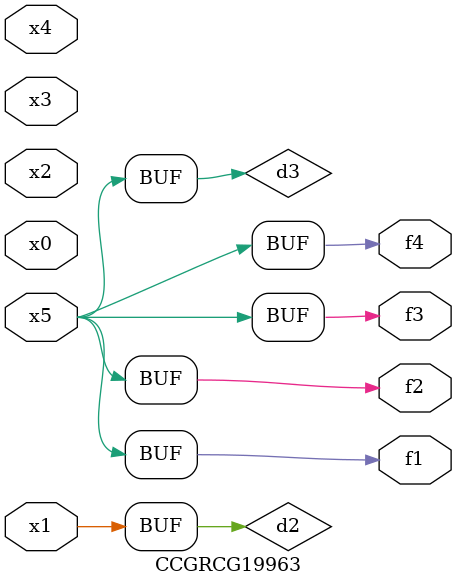
<source format=v>
module CCGRCG19963(
	input x0, x1, x2, x3, x4, x5,
	output f1, f2, f3, f4
);

	wire d1, d2, d3;

	not (d1, x5);
	or (d2, x1);
	xnor (d3, d1);
	assign f1 = d3;
	assign f2 = d3;
	assign f3 = d3;
	assign f4 = d3;
endmodule

</source>
